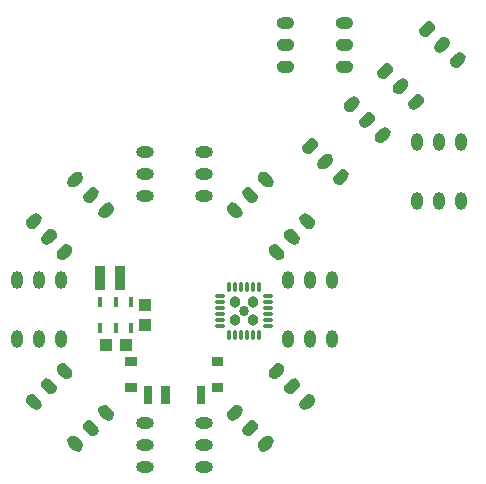
<source format=gtp>
G04 DipTrace 2.4.0.2*
%INmale.gtp*%
%MOMM*%
%ADD20R,1.1X1.0*%
%ADD21R,1.0X1.1*%
%ADD22R,0.85X2.0*%
%ADD23O,0.85X0.86*%
%ADD25O,0.96X0.973*%
%ADD27O,1.0X0.28*%
%ADD28O,0.28X1.0*%
%ADD32R,0.4X0.9*%
%ADD35O,1.0X1.5*%
%ADD37O,1.5X1.0*%
%FSLAX53Y53*%
G04*
G71*
G90*
G75*
G01*
%LNTopPaste*%
%LPD*%
D20*
X20810Y23492D3*
X22510D3*
D21*
X24121Y26865D3*
Y25165D3*
D22*
X20285Y29186D3*
X21985D3*
D23*
X32483Y26377D3*
D25*
X31744Y27150D3*
X31734Y25587D3*
X33278Y27140D3*
X33287Y25583D3*
D27*
X30454Y27623D3*
Y27123D3*
Y26623D3*
Y26123D3*
Y25623D3*
Y25123D3*
D28*
X31254Y24323D3*
X31754D3*
X32254D3*
X32754D3*
X33254D3*
X33754D3*
D27*
X34554Y25123D3*
Y25623D3*
Y26123D3*
Y26623D3*
Y27123D3*
Y27623D3*
D28*
X33754Y28423D3*
X33254D3*
X32754D3*
X32254D3*
X31754D3*
X31254D3*
D32*
X20340Y24927D3*
X21640D3*
X22940D3*
Y27127D3*
X21640D3*
X20340D3*
D35*
X39938Y28993D3*
X38088D3*
X36238D3*
Y23993D3*
X38088D3*
X39938D3*
G36*
X37336Y18843D2*
X37218Y18655D1*
X37193Y18434D1*
X37266Y18224D1*
X37423Y18066D1*
X37633Y17993D1*
X37855Y18018D1*
X38043Y18136D1*
X38397Y18490D1*
X38515Y18678D1*
X38540Y18899D1*
X38466Y19109D1*
X38309Y19267D1*
X38099Y19340D1*
X37878Y19315D1*
X37689Y19197D1*
X37336Y18843D1*
G37*
G36*
X36028Y20151D2*
X35909Y19963D1*
X35884Y19742D1*
X35958Y19532D1*
X36115Y19375D1*
X36325Y19301D1*
X36546Y19326D1*
X36735Y19444D1*
X37088Y19798D1*
X37207Y19986D1*
X37232Y20207D1*
X37158Y20417D1*
X37001Y20575D1*
X36791Y20648D1*
X36570Y20623D1*
X36381Y20505D1*
X36028Y20151D1*
G37*
G36*
X34720Y21460D2*
X34601Y21271D1*
X34576Y21050D1*
X34650Y20840D1*
X34807Y20683D1*
X35017Y20609D1*
X35238Y20634D1*
X35427Y20752D1*
X35780Y21106D1*
X35899Y21294D1*
X35924Y21516D1*
X35850Y21726D1*
X35693Y21883D1*
X35483Y21956D1*
X35262Y21932D1*
X35073Y21813D1*
X34720Y21460D1*
G37*
G36*
X31184Y17924D2*
X31066Y17736D1*
X31041Y17514D1*
X31114Y17304D1*
X31272Y17147D1*
X31482Y17074D1*
X31703Y17099D1*
X31891Y17217D1*
X32245Y17570D1*
X32363Y17759D1*
X32388Y17980D1*
X32315Y18190D1*
X32157Y18347D1*
X31947Y18421D1*
X31726Y18396D1*
X31538Y18278D1*
X31184Y17924D1*
G37*
G36*
X32492Y16616D2*
X32374Y16427D1*
X32349Y16206D1*
X32422Y15996D1*
X32580Y15839D1*
X32790Y15765D1*
X33011Y15790D1*
X33199Y15909D1*
X33553Y16262D1*
X33671Y16451D1*
X33696Y16672D1*
X33623Y16882D1*
X33465Y17039D1*
X33255Y17113D1*
X33034Y17088D1*
X32846Y16969D1*
X32492Y16616D1*
G37*
G36*
X33800Y15308D2*
X33682Y15119D1*
X33657Y14898D1*
X33731Y14688D1*
X33888Y14531D1*
X34098Y14457D1*
X34319Y14482D1*
X34507Y14601D1*
X34861Y14954D1*
X34979Y15143D1*
X35004Y15364D1*
X34931Y15574D1*
X34774Y15731D1*
X34563Y15805D1*
X34342Y15780D1*
X34154Y15661D1*
X33800Y15308D1*
G37*
D37*
X29129Y13184D3*
Y15034D3*
Y16884D3*
X24129D3*
Y15034D3*
Y13184D3*
G36*
X18396Y15661D2*
X18207Y15780D1*
X17986Y15805D1*
X17776Y15731D1*
X17619Y15574D1*
X17545Y15364D1*
X17570Y15143D1*
X17689Y14954D1*
X18042Y14601D1*
X18231Y14482D1*
X18452Y14457D1*
X18662Y14531D1*
X18819Y14688D1*
X18893Y14898D1*
X18868Y15119D1*
X18749Y15308D1*
X18396Y15661D1*
G37*
G36*
X19704Y16969D2*
X19515Y17088D1*
X19294Y17113D1*
X19084Y17039D1*
X18927Y16882D1*
X18853Y16672D1*
X18878Y16451D1*
X18997Y16262D1*
X19350Y15909D1*
X19539Y15790D1*
X19760Y15765D1*
X19970Y15839D1*
X20127Y15996D1*
X20201Y16206D1*
X20176Y16427D1*
X20057Y16616D1*
X19704Y16969D1*
G37*
G36*
X21012Y18278D2*
X20824Y18396D1*
X20602Y18421D1*
X20392Y18347D1*
X20235Y18190D1*
X20162Y17980D1*
X20187Y17759D1*
X20305Y17571D1*
X20658Y17217D1*
X20847Y17099D1*
X21068Y17074D1*
X21278Y17147D1*
X21435Y17304D1*
X21509Y17515D1*
X21484Y17736D1*
X21366Y17924D1*
X21012Y18278D1*
G37*
G36*
X17476Y21813D2*
X17288Y21932D1*
X17067Y21956D1*
X16857Y21883D1*
X16700Y21726D1*
X16626Y21516D1*
X16651Y21294D1*
X16769Y21106D1*
X17123Y20752D1*
X17311Y20634D1*
X17532Y20609D1*
X17743Y20683D1*
X17900Y20840D1*
X17973Y21050D1*
X17948Y21271D1*
X17830Y21460D1*
X17476Y21813D1*
G37*
G36*
X16168Y20505D2*
X15980Y20623D1*
X15759Y20648D1*
X15549Y20575D1*
X15391Y20417D1*
X15318Y20207D1*
X15343Y19986D1*
X15461Y19798D1*
X15815Y19444D1*
X16003Y19326D1*
X16224Y19301D1*
X16434Y19375D1*
X16592Y19532D1*
X16665Y19742D1*
X16640Y19963D1*
X16522Y20151D1*
X16168Y20505D1*
G37*
G36*
X14860Y19197D2*
X14672Y19315D1*
X14451Y19340D1*
X14241Y19267D1*
X14083Y19109D1*
X14010Y18899D1*
X14035Y18678D1*
X14153Y18490D1*
X14507Y18136D1*
X14695Y18018D1*
X14916Y17993D1*
X15126Y18066D1*
X15284Y18224D1*
X15357Y18434D1*
X15332Y18655D1*
X15214Y18843D1*
X14860Y19197D1*
G37*
D35*
X13319Y23993D3*
X15169D3*
X17019D3*
Y28993D3*
X15169D3*
X13319D3*
G36*
X15214Y33776D2*
X15332Y33965D1*
X15357Y34186D1*
X15284Y34396D1*
X15126Y34553D1*
X14916Y34627D1*
X14695Y34602D1*
X14507Y34484D1*
X14153Y34130D1*
X14035Y33942D1*
X14010Y33720D1*
X14083Y33510D1*
X14241Y33353D1*
X14451Y33280D1*
X14672Y33305D1*
X14860Y33423D1*
X15214Y33776D1*
G37*
G36*
X16522Y32468D2*
X16640Y32657D1*
X16665Y32878D1*
X16592Y33088D1*
X16434Y33245D1*
X16224Y33319D1*
X16003Y33294D1*
X15815Y33175D1*
X15461Y32822D1*
X15343Y32633D1*
X15318Y32412D1*
X15391Y32202D1*
X15549Y32045D1*
X15759Y31971D1*
X15980Y31996D1*
X16168Y32115D1*
X16522Y32468D1*
G37*
G36*
X17830Y31160D2*
X17948Y31349D1*
X17973Y31570D1*
X17900Y31780D1*
X17743Y31937D1*
X17533Y32011D1*
X17311Y31986D1*
X17123Y31867D1*
X16769Y31514D1*
X16651Y31325D1*
X16626Y31104D1*
X16700Y30894D1*
X16857Y30737D1*
X17067Y30663D1*
X17288Y30688D1*
X17477Y30807D1*
X17830Y31160D1*
G37*
G36*
X21366Y34696D2*
X21484Y34884D1*
X21509Y35105D1*
X21435Y35315D1*
X21278Y35473D1*
X21068Y35546D1*
X20847Y35521D1*
X20659Y35403D1*
X20305Y35049D1*
X20187Y34861D1*
X20162Y34640D1*
X20235Y34430D1*
X20392Y34272D1*
X20603Y34199D1*
X20824Y34224D1*
X21012Y34342D1*
X21366Y34696D1*
G37*
G36*
X20057Y36004D2*
X20176Y36192D1*
X20201Y36413D1*
X20127Y36623D1*
X19970Y36781D1*
X19760Y36854D1*
X19539Y36829D1*
X19350Y36711D1*
X18997Y36357D1*
X18878Y36169D1*
X18853Y35948D1*
X18927Y35738D1*
X19084Y35581D1*
X19294Y35507D1*
X19515Y35532D1*
X19704Y35650D1*
X20057Y36004D1*
G37*
G36*
X18749Y37312D2*
X18868Y37500D1*
X18893Y37722D1*
X18819Y37932D1*
X18662Y38089D1*
X18452Y38162D1*
X18231Y38138D1*
X18042Y38019D1*
X17689Y37666D1*
X17570Y37477D1*
X17545Y37256D1*
X17619Y37046D1*
X17776Y36889D1*
X17986Y36815D1*
X18207Y36840D1*
X18396Y36958D1*
X18749Y37312D1*
G37*
D37*
X24129Y39802D3*
Y37952D3*
Y36102D3*
X29129D3*
Y37952D3*
Y39802D3*
G36*
X34154Y36958D2*
X34342Y36840D1*
X34563Y36815D1*
X34773Y36889D1*
X34931Y37046D1*
X35004Y37256D1*
X34979Y37477D1*
X34861Y37666D1*
X34507Y38019D1*
X34319Y38138D1*
X34098Y38162D1*
X33888Y38089D1*
X33731Y37932D1*
X33657Y37722D1*
X33682Y37500D1*
X33800Y37312D1*
X34154Y36958D1*
G37*
G36*
X32846Y35650D2*
X33034Y35532D1*
X33255Y35507D1*
X33465Y35581D1*
X33623Y35738D1*
X33696Y35948D1*
X33671Y36169D1*
X33553Y36357D1*
X33199Y36711D1*
X33011Y36829D1*
X32790Y36854D1*
X32580Y36781D1*
X32422Y36623D1*
X32349Y36413D1*
X32374Y36192D1*
X32492Y36004D1*
X32846Y35650D1*
G37*
G36*
X31538Y34342D2*
X31726Y34224D1*
X31947Y34199D1*
X32157Y34272D1*
X32315Y34430D1*
X32388Y34640D1*
X32363Y34861D1*
X32245Y35049D1*
X31891Y35403D1*
X31703Y35521D1*
X31482Y35546D1*
X31272Y35473D1*
X31114Y35315D1*
X31041Y35105D1*
X31066Y34884D1*
X31184Y34696D1*
X31538Y34342D1*
G37*
G36*
X35073Y30807D2*
X35262Y30688D1*
X35483Y30663D1*
X35693Y30737D1*
X35850Y30894D1*
X35924Y31104D1*
X35899Y31325D1*
X35780Y31514D1*
X35427Y31867D1*
X35238Y31986D1*
X35017Y32011D1*
X34807Y31937D1*
X34650Y31780D1*
X34576Y31570D1*
X34601Y31349D1*
X34720Y31160D1*
X35073Y30807D1*
G37*
G36*
X36381Y32115D2*
X36570Y31996D1*
X36791Y31971D1*
X37001Y32045D1*
X37158Y32202D1*
X37232Y32412D1*
X37207Y32633D1*
X37088Y32822D1*
X36735Y33175D1*
X36546Y33294D1*
X36325Y33319D1*
X36115Y33245D1*
X35958Y33088D1*
X35884Y32878D1*
X35909Y32657D1*
X36028Y32468D1*
X36381Y32115D1*
G37*
G36*
X37689Y33423D2*
X37878Y33305D1*
X38099Y33280D1*
X38309Y33353D1*
X38466Y33510D1*
X38540Y33720D1*
X38515Y33942D1*
X38397Y34130D1*
X38043Y34484D1*
X37855Y34602D1*
X37633Y34627D1*
X37423Y34553D1*
X37266Y34396D1*
X37193Y34186D1*
X37217Y33965D1*
X37336Y33776D1*
X37689Y33423D1*
G37*
G36*
X38609Y40141D2*
X38727Y40329D1*
X38752Y40550D1*
X38679Y40760D1*
X38521Y40918D1*
X38311Y40991D1*
X38090Y40966D1*
X37902Y40848D1*
X37548Y40494D1*
X37430Y40306D1*
X37405Y40085D1*
X37478Y39875D1*
X37636Y39717D1*
X37846Y39644D1*
X38067Y39669D1*
X38255Y39787D1*
X38609Y40141D1*
G37*
G36*
X39917Y38833D2*
X40035Y39021D1*
X40060Y39242D1*
X39987Y39452D1*
X39829Y39610D1*
X39619Y39683D1*
X39398Y39658D1*
X39210Y39540D1*
X38856Y39186D1*
X38738Y38998D1*
X38713Y38777D1*
X38786Y38567D1*
X38944Y38409D1*
X39154Y38336D1*
X39375Y38361D1*
X39563Y38479D1*
X39917Y38833D1*
G37*
G36*
X41225Y37524D2*
X41343Y37713D1*
X41368Y37934D1*
X41295Y38144D1*
X41137Y38301D1*
X40927Y38375D1*
X40706Y38350D1*
X40518Y38232D1*
X40164Y37878D1*
X40046Y37690D1*
X40021Y37468D1*
X40095Y37258D1*
X40252Y37101D1*
X40462Y37028D1*
X40683Y37053D1*
X40871Y37171D1*
X41225Y37524D1*
G37*
G36*
X44761Y41060D2*
X44879Y41248D1*
X44904Y41470D1*
X44830Y41680D1*
X44673Y41837D1*
X44463Y41910D1*
X44242Y41886D1*
X44053Y41767D1*
X43700Y41414D1*
X43581Y41225D1*
X43557Y41004D1*
X43630Y40794D1*
X43787Y40637D1*
X43997Y40563D1*
X44219Y40588D1*
X44407Y40706D1*
X44761Y41060D1*
G37*
G36*
X43452Y42368D2*
X43571Y42557D1*
X43596Y42778D1*
X43522Y42988D1*
X43365Y43145D1*
X43155Y43219D1*
X42934Y43194D1*
X42745Y43075D1*
X42392Y42722D1*
X42273Y42533D1*
X42248Y42312D1*
X42322Y42102D1*
X42479Y41945D1*
X42689Y41871D1*
X42910Y41896D1*
X43099Y42015D1*
X43452Y42368D1*
G37*
G36*
X42144Y43676D2*
X42263Y43865D1*
X42288Y44086D1*
X42214Y44296D1*
X42057Y44453D1*
X41847Y44527D1*
X41626Y44502D1*
X41437Y44383D1*
X41084Y44030D1*
X40965Y43841D1*
X40940Y43620D1*
X41014Y43410D1*
X41171Y43253D1*
X41381Y43179D1*
X41602Y43204D1*
X41791Y43323D1*
X42144Y43676D1*
G37*
G36*
X43912Y46858D2*
X43794Y46670D1*
X43769Y46449D1*
X43842Y46239D1*
X44000Y46081D1*
X44210Y46008D1*
X44431Y46033D1*
X44619Y46151D1*
X44973Y46505D1*
X45091Y46693D1*
X45116Y46914D1*
X45043Y47124D1*
X44885Y47282D1*
X44675Y47355D1*
X44454Y47330D1*
X44266Y47212D1*
X43912Y46858D1*
G37*
G36*
X45220Y45550D2*
X45102Y45362D1*
X45077Y45141D1*
X45150Y44931D1*
X45308Y44773D1*
X45518Y44700D1*
X45739Y44725D1*
X45927Y44843D1*
X46281Y45197D1*
X46399Y45385D1*
X46424Y45606D1*
X46351Y45816D1*
X46193Y45974D1*
X45983Y46047D1*
X45762Y46022D1*
X45574Y45904D1*
X45220Y45550D1*
G37*
G36*
X46528Y44242D2*
X46410Y44054D1*
X46385Y43832D1*
X46459Y43622D1*
X46616Y43465D1*
X46826Y43392D1*
X47047Y43417D1*
X47235Y43535D1*
X47589Y43888D1*
X47707Y44077D1*
X47732Y44298D1*
X47659Y44508D1*
X47501Y44665D1*
X47291Y44739D1*
X47070Y44714D1*
X46882Y44596D1*
X46528Y44242D1*
G37*
G36*
X50064Y47778D2*
X49945Y47589D1*
X49921Y47368D1*
X49994Y47158D1*
X50151Y47001D1*
X50361Y46927D1*
X50583Y46952D1*
X50771Y47070D1*
X51125Y47424D1*
X51243Y47612D1*
X51268Y47834D1*
X51194Y48044D1*
X51037Y48201D1*
X50827Y48274D1*
X50606Y48250D1*
X50417Y48131D1*
X50064Y47778D1*
G37*
G36*
X48756Y49086D2*
X48637Y48897D1*
X48612Y48676D1*
X48686Y48466D1*
X48843Y48309D1*
X49053Y48235D1*
X49274Y48260D1*
X49463Y48379D1*
X49816Y48732D1*
X49935Y48921D1*
X49960Y49142D1*
X49886Y49352D1*
X49729Y49509D1*
X49519Y49583D1*
X49298Y49558D1*
X49109Y49439D1*
X48756Y49086D1*
G37*
G36*
X47448Y50394D2*
X47329Y50205D1*
X47304Y49984D1*
X47378Y49774D1*
X47535Y49617D1*
X47745Y49543D1*
X47966Y49568D1*
X48155Y49687D1*
X48508Y50040D1*
X48627Y50229D1*
X48652Y50450D1*
X48578Y50660D1*
X48421Y50817D1*
X48211Y50891D1*
X47990Y50866D1*
X47801Y50747D1*
X47448Y50394D1*
G37*
G36*
X41268Y46543D2*
X41485Y46593D1*
X41659Y46731D1*
X41756Y46932D1*
Y47154D1*
X41659Y47355D1*
X41485Y47494D1*
X41268Y47543D1*
X40768D1*
X40551Y47494D1*
X40377Y47355D1*
X40281Y47154D1*
Y46932D1*
X40377Y46731D1*
X40551Y46593D1*
X40768Y46543D1*
X41268D1*
G37*
G36*
Y48393D2*
X41485Y48443D1*
X41659Y48581D1*
X41756Y48782D1*
Y49004D1*
X41659Y49205D1*
X41485Y49344D1*
X41268Y49393D1*
X40768D1*
X40551Y49344D1*
X40377Y49205D1*
X40281Y49004D1*
Y48782D1*
X40377Y48581D1*
X40551Y48443D1*
X40768Y48393D1*
X41268D1*
G37*
G36*
Y50243D2*
X41485Y50293D1*
X41659Y50431D1*
X41756Y50632D1*
Y50854D1*
X41659Y51055D1*
X41485Y51194D1*
X41268Y51243D1*
X40768D1*
X40551Y51194D1*
X40377Y51055D1*
X40281Y50854D1*
Y50632D1*
X40377Y50431D1*
X40551Y50293D1*
X40768Y50243D1*
X41268D1*
G37*
G36*
X36268D2*
X36485Y50293D1*
X36659Y50431D1*
X36756Y50632D1*
Y50854D1*
X36659Y51055D1*
X36485Y51194D1*
X36268Y51243D1*
X35768D1*
X35551Y51194D1*
X35377Y51055D1*
X35281Y50854D1*
Y50632D1*
X35377Y50431D1*
X35551Y50293D1*
X35768Y50243D1*
X36268D1*
G37*
G36*
Y48393D2*
X36485Y48443D1*
X36659Y48581D1*
X36756Y48782D1*
Y49004D1*
X36659Y49205D1*
X36485Y49344D1*
X36268Y49393D1*
X35768D1*
X35551Y49344D1*
X35377Y49205D1*
X35281Y49004D1*
Y48782D1*
X35377Y48581D1*
X35551Y48443D1*
X35768Y48393D1*
X36268D1*
G37*
G36*
Y46543D2*
X36485Y46593D1*
X36659Y46731D1*
X36756Y46932D1*
Y47154D1*
X36659Y47355D1*
X36485Y47494D1*
X36268Y47543D1*
X35768D1*
X35551Y47494D1*
X35377Y47355D1*
X35281Y47154D1*
Y46932D1*
X35377Y46731D1*
X35551Y46593D1*
X35768Y46543D1*
X36268D1*
G37*
D35*
X47178Y35641D3*
X49028D3*
X50878D3*
Y40641D3*
X49028D3*
X47178D3*
G36*
X30747Y20267D2*
Y19467D1*
X29747D1*
Y20267D1*
X30747D1*
G37*
G36*
Y22467D2*
Y21667D1*
X29747D1*
Y22467D1*
X30747D1*
G37*
G36*
X23447D2*
Y21667D1*
X22447D1*
Y22467D1*
X23447D1*
G37*
G36*
Y20267D2*
Y19467D1*
X22447D1*
Y20267D1*
X23447D1*
G37*
G36*
X24697Y19967D2*
Y18467D1*
X23997D1*
Y19967D1*
X24697D1*
G37*
G36*
X26197D2*
Y18467D1*
X25497D1*
Y19967D1*
X26197D1*
G37*
G36*
X29197D2*
Y18467D1*
X28497D1*
Y19967D1*
X29197D1*
G37*
M02*

</source>
